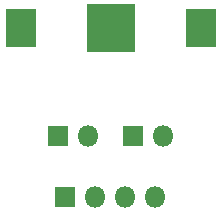
<source format=gbr>
%TF.GenerationSoftware,KiCad,Pcbnew,(5.1.6)-1*%
%TF.CreationDate,2022-09-22T09:58:55-04:00*%
%TF.ProjectId,EXT_BATT_3V-6V,4558545f-4241-4545-945f-33562d36562e,rev?*%
%TF.SameCoordinates,Original*%
%TF.FileFunction,Soldermask,Top*%
%TF.FilePolarity,Negative*%
%FSLAX46Y46*%
G04 Gerber Fmt 4.6, Leading zero omitted, Abs format (unit mm)*
G04 Created by KiCad (PCBNEW (5.1.6)-1) date 2022-09-22 09:58:55*
%MOMM*%
%LPD*%
G01*
G04 APERTURE LIST*
%ADD10R,4.060000X4.060000*%
%ADD11R,2.640000X3.270000*%
%ADD12R,1.800000X1.800000*%
%ADD13O,1.800000X1.800000*%
G04 APERTURE END LIST*
D10*
%TO.C,H2*%
X160500000Y-82000000D03*
D11*
X152880000Y-82000000D03*
X168120000Y-82000000D03*
%TD*%
D12*
%TO.C,J1*%
X156580000Y-96300000D03*
D13*
X159120000Y-96300000D03*
X161660000Y-96300000D03*
X164200000Y-96300000D03*
%TD*%
D12*
%TO.C,J2*%
X156060000Y-91100000D03*
D13*
X158600000Y-91100000D03*
%TD*%
%TO.C,J3*%
X164900000Y-91100000D03*
D12*
X162360000Y-91100000D03*
%TD*%
M02*

</source>
